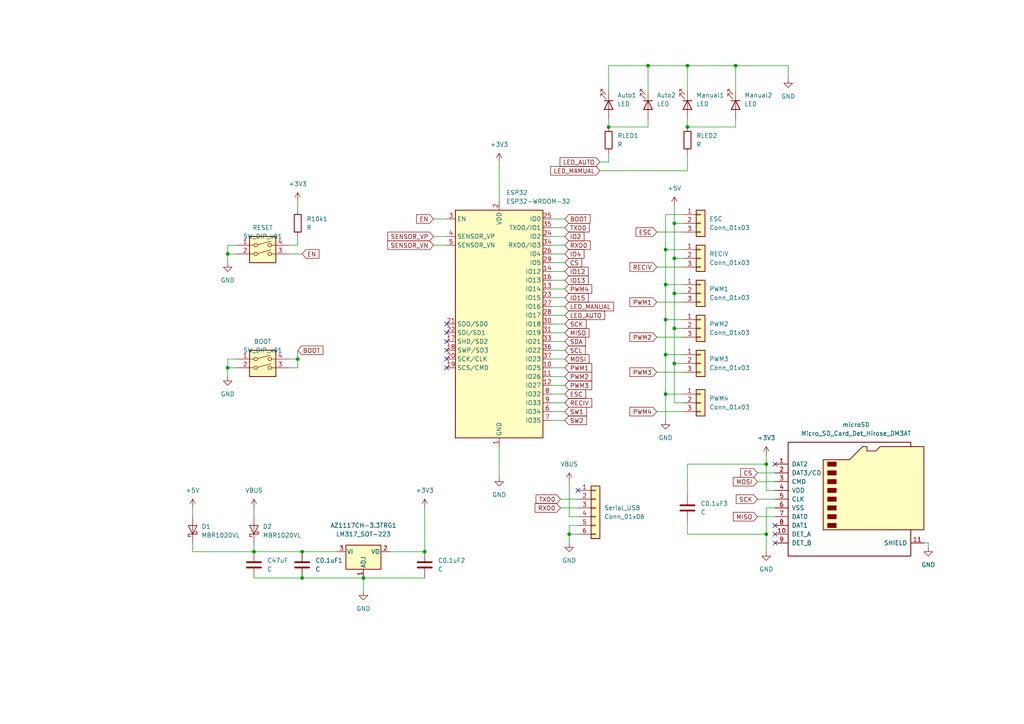
<source format=kicad_sch>
(kicad_sch (version 20211123) (generator eeschema)
  (paper "A4")
  (lib_symbols
    (symbol "Connector:Micro_SD_Card_Det_Hirose_DM3AT" (pin_names (offset 1.016))
      (property "Reference" "J" (at -16.51 17.78 0))
      (property "Value" "Micro_SD_Card_Det_Hirose_DM3AT" (at 16.51 17.78 0))
      (symbol "Micro_SD_Card_Det_Hirose_DM3AT_0_1"
        (rectangle (start -7.62 -6.985) (end -5.08 -8.255) (fill (type outline)))
        (rectangle (start -7.62 -4.445) (end -5.08 -5.715) (fill (type outline)))
        (rectangle (start -7.62 -1.905) (end -5.08 -3.175) (fill (type outline)))
        (rectangle (start -7.62 0.635) (end -5.08 -0.635) (fill (type outline)))
        (rectangle (start -7.62 3.175) (end -5.08 1.905) (fill (type outline)))
        (rectangle (start -7.62 5.715) (end -5.08 4.445) (fill (type outline)))
        (rectangle (start -7.62 8.255) (end -5.08 6.985) (fill (type outline)))
        (rectangle (start -7.62 10.795) (end -5.08 9.525) (fill (type outline)))
        (polyline (pts (xy 16.51 15.24) (xy 16.51 16.51) (xy -19.05 16.51) (xy -19.05 -16.51) (xy 16.51 -16.51) (xy 16.51 -8.89)) (stroke (width 0.254)))
        (polyline (pts (xy -8.89 -8.89) (xy -8.89 11.43) (xy -1.27 11.43) (xy 2.54 15.24) (xy 3.81 15.24) (xy 3.81 13.97) (xy 6.35 13.97) (xy 7.62 15.24) (xy 20.32 15.24) (xy 20.32 -8.89) (xy -8.89 -8.89)) (stroke (width 0.254)) (fill (type background)))
      )
      (symbol "Micro_SD_Card_Det_Hirose_DM3AT_1_1"
        (pin bidirectional line (at -22.86 10.16 0) (length 3.81) (name "DAT2") (number "1"))
        (pin passive line (at -22.86 -10.16 0) (length 3.81) (name "DET_A") (number "10"))
        (pin passive line (at 20.32 -12.7 180) (length 3.81) (name "SHIELD") (number "11"))
        (pin bidirectional line (at -22.86 7.62 0) (length 3.81) (name "DAT3/CD") (number "2"))
        (pin input line (at -22.86 5.08 0) (length 3.81) (name "CMD") (number "3"))
        (pin power_in line (at -22.86 2.54 0) (length 3.81) (name "VDD") (number "4"))
        (pin input line (at -22.86 0 0) (length 3.81) (name "CLK") (number "5"))
        (pin power_in line (at -22.86 -2.54 0) (length 3.81) (name "VSS") (number "6"))
        (pin bidirectional line (at -22.86 -5.08 0) (length 3.81) (name "DAT0") (number "7"))
        (pin bidirectional line (at -22.86 -7.62 0) (length 3.81) (name "DAT1") (number "8"))
        (pin passive line (at -22.86 -12.7 0) (length 3.81) (name "DET_B") (number "9"))
      )
    )
    (symbol "Connector_Generic:Conn_01x03" (pin_names (offset 1.016) hide)
      (property "Reference" "J" (at 0 5.08 0))
      (property "Value" "Conn_01x03" (at 0 -5.08 0))
      (symbol "Conn_01x03_1_1"
        (rectangle (start -1.27 -2.413) (end 0 -2.667) (stroke (width 0.1524)))
        (rectangle (start -1.27 0.127) (end 0 -0.127) (stroke (width 0.1524)))
        (rectangle (start -1.27 2.667) (end 0 2.413) (stroke (width 0.1524)))
        (rectangle (start -1.27 3.81) (end 1.27 -3.81) (stroke (width 0.254)) (fill (type background)))
        (pin passive line (at -5.08 2.54 0) (length 3.81) (name "Pin_1") (number "1"))
        (pin passive line (at -5.08 0 0) (length 3.81) (name "Pin_2") (number "2"))
        (pin passive line (at -5.08 -2.54 0) (length 3.81) (name "Pin_3") (number "3"))
      )
    )
    (symbol "Connector_Generic:Conn_01x06" (pin_names (offset 1.016) hide)
      (property "Reference" "J" (at 0 7.62 0))
      (property "Value" "Conn_01x06" (at 0 -10.16 0))
      (symbol "Conn_01x06_1_1"
        (rectangle (start -1.27 -7.493) (end 0 -7.747) (stroke (width 0.1524)))
        (rectangle (start -1.27 -4.953) (end 0 -5.207) (stroke (width 0.1524)))
        (rectangle (start -1.27 -2.413) (end 0 -2.667) (stroke (width 0.1524)))
        (rectangle (start -1.27 0.127) (end 0 -0.127) (stroke (width 0.1524)))
        (rectangle (start -1.27 2.667) (end 0 2.413) (stroke (width 0.1524)))
        (rectangle (start -1.27 5.207) (end 0 4.953) (stroke (width 0.1524)))
        (rectangle (start -1.27 6.35) (end 1.27 -8.89) (stroke (width 0.254)) (fill (type background)))
        (pin passive line (at -5.08 5.08 0) (length 3.81) (name "Pin_1") (number "1"))
        (pin passive line (at -5.08 2.54 0) (length 3.81) (name "Pin_2") (number "2"))
        (pin passive line (at -5.08 0 0) (length 3.81) (name "Pin_3") (number "3"))
        (pin passive line (at -5.08 -2.54 0) (length 3.81) (name "Pin_4") (number "4"))
        (pin passive line (at -5.08 -5.08 0) (length 3.81) (name "Pin_5") (number "5"))
        (pin passive line (at -5.08 -7.62 0) (length 3.81) (name "Pin_6") (number "6"))
      )
    )
    (symbol "Device:C" (pin_numbers hide) (pin_names (offset 0.254))
      (property "Reference" "C" (at 0.635 2.54 0))
      (property "Value" "C" (at 0.635 -2.54 0))
      (symbol "C_0_1"
        (polyline (pts (xy -2.032 -0.762) (xy 2.032 -0.762)) (stroke (width 0.508)))
        (polyline (pts (xy -2.032 0.762) (xy 2.032 0.762)) (stroke (width 0.508)))
      )
      (symbol "C_1_1"
        (pin passive line (at 0 3.81 270) (length 2.794) (name "~") (number "1"))
        (pin passive line (at 0 -3.81 90) (length 2.794) (name "~") (number "2"))
      )
    )
    (symbol "Device:LED" (pin_numbers hide) (pin_names (offset 1.016) hide)
      (property "Reference" "D" (at 0 2.54 0))
      (property "Value" "LED" (at 0 -2.54 0))
      (symbol "LED_0_1"
        (polyline (pts (xy -1.27 -1.27) (xy -1.27 1.27)) (stroke (width 0.254)))
        (polyline (pts (xy -1.27 0) (xy 1.27 0)))
        (polyline (pts (xy 1.27 -1.27) (xy 1.27 1.27) (xy -1.27 0) (xy 1.27 -1.27)) (stroke (width 0.254)))
        (polyline (pts (xy -3.048 -0.762) (xy -4.572 -2.286) (xy -3.81 -2.286) (xy -4.572 -2.286) (xy -4.572 -1.524)))
        (polyline (pts (xy -1.778 -0.762) (xy -3.302 -2.286) (xy -2.54 -2.286) (xy -3.302 -2.286) (xy -3.302 -1.524)))
      )
      (symbol "LED_1_1"
        (pin passive line (at -3.81 0 0) (length 2.54) (name "K") (number "1"))
        (pin passive line (at 3.81 0 180) (length 2.54) (name "A") (number "2"))
      )
    )
    (symbol "Device:R" (pin_numbers hide) (pin_names (offset 0))
      (property "Reference" "R" (at 2.032 0 90))
      (property "Value" "R" (at 0 0 90))
      (symbol "R_0_1"
        (rectangle (start -1.016 -2.54) (end 1.016 2.54) (stroke (width 0.254)))
      )
      (symbol "R_1_1"
        (pin passive line (at 0 3.81 270) (length 1.27) (name "~") (number "1"))
        (pin passive line (at 0 -3.81 90) (length 1.27) (name "~") (number "2"))
      )
    )
    (symbol "Diode:MBR1020VL" (pin_numbers hide) (pin_names hide)
      (property "Reference" "D" (at 0 2.54 0))
      (property "Value" "MBR1020VL" (at 0 -2.54 0))
      (symbol "MBR1020VL_0_1"
        (polyline (pts (xy 1.27 0) (xy -1.27 0)))
        (polyline (pts (xy 1.27 1.27) (xy 1.27 -1.27) (xy -1.27 0) (xy 1.27 1.27)) (stroke (width 0.2032)))
        (polyline (pts (xy -1.905 0.635) (xy -1.905 1.27) (xy -1.27 1.27) (xy -1.27 -1.27) (xy -0.635 -1.27) (xy -0.635 -0.635)) (stroke (width 0.2032)))
      )
      (symbol "MBR1020VL_1_1"
        (pin passive line (at -3.81 0 0) (length 2.54) (name "K") (number "1"))
        (pin passive line (at 3.81 0 180) (length 2.54) (name "A") (number "2"))
      )
    )
    (symbol "RF_Module:ESP32-WROOM-32"
      (property "Reference" "U" (at -12.7 34.29 0))
      (property "Value" "ESP32-WROOM-32" (at 1.27 34.29 0))
      (symbol "ESP32-WROOM-32_0_1"
        (rectangle (start -12.7 33.02) (end 12.7 -33.02) (stroke (width 0.254)) (fill (type background)))
      )
      (symbol "ESP32-WROOM-32_1_1"
        (pin power_in line (at 0 -35.56 90) (length 2.54) (name "GND") (number "1"))
        (pin bidirectional line (at 15.24 -12.7 180) (length 2.54) (name "IO25") (number "10"))
        (pin bidirectional line (at 15.24 -15.24 180) (length 2.54) (name "IO26") (number "11"))
        (pin bidirectional line (at 15.24 -17.78 180) (length 2.54) (name "IO27") (number "12"))
        (pin bidirectional line (at 15.24 10.16 180) (length 2.54) (name "IO14") (number "13"))
        (pin bidirectional line (at 15.24 15.24 180) (length 2.54) (name "IO12") (number "14"))
        (pin passive line (at 0 -35.56 90) (length 2.54) hide (name "GND") (number "15"))
        (pin bidirectional line (at 15.24 12.7 180) (length 2.54) (name "IO13") (number "16"))
        (pin bidirectional line (at -15.24 -5.08 0) (length 2.54) (name "SHD/SD2") (number "17"))
        (pin bidirectional line (at -15.24 -7.62 0) (length 2.54) (name "SWP/SD3") (number "18"))
        (pin bidirectional line (at -15.24 -12.7 0) (length 2.54) (name "SCS/CMD") (number "19"))
        (pin power_in line (at 0 35.56 270) (length 2.54) (name "VDD") (number "2"))
        (pin bidirectional line (at -15.24 -10.16 0) (length 2.54) (name "SCK/CLK") (number "20"))
        (pin bidirectional line (at -15.24 0 0) (length 2.54) (name "SDO/SD0") (number "21"))
        (pin bidirectional line (at -15.24 -2.54 0) (length 2.54) (name "SDI/SD1") (number "22"))
        (pin bidirectional line (at 15.24 7.62 180) (length 2.54) (name "IO15") (number "23"))
        (pin bidirectional line (at 15.24 25.4 180) (length 2.54) (name "IO2") (number "24"))
        (pin bidirectional line (at 15.24 30.48 180) (length 2.54) (name "IO0") (number "25"))
        (pin bidirectional line (at 15.24 20.32 180) (length 2.54) (name "IO4") (number "26"))
        (pin bidirectional line (at 15.24 5.08 180) (length 2.54) (name "IO16") (number "27"))
        (pin bidirectional line (at 15.24 2.54 180) (length 2.54) (name "IO17") (number "28"))
        (pin bidirectional line (at 15.24 17.78 180) (length 2.54) (name "IO5") (number "29"))
        (pin input line (at -15.24 30.48 0) (length 2.54) (name "EN") (number "3"))
        (pin bidirectional line (at 15.24 0 180) (length 2.54) (name "IO18") (number "30"))
        (pin bidirectional line (at 15.24 -2.54 180) (length 2.54) (name "IO19") (number "31"))
        (pin no_connect line (at -12.7 -27.94 0) (length 2.54) hide (name "NC") (number "32"))
        (pin bidirectional line (at 15.24 -5.08 180) (length 2.54) (name "IO21") (number "33"))
        (pin bidirectional line (at 15.24 22.86 180) (length 2.54) (name "RXD0/IO3") (number "34"))
        (pin bidirectional line (at 15.24 27.94 180) (length 2.54) (name "TXD0/IO1") (number "35"))
        (pin bidirectional line (at 15.24 -7.62 180) (length 2.54) (name "IO22") (number "36"))
        (pin bidirectional line (at 15.24 -10.16 180) (length 2.54) (name "IO23") (number "37"))
        (pin passive line (at 0 -35.56 90) (length 2.54) hide (name "GND") (number "38"))
        (pin passive line (at 0 -35.56 90) (length 2.54) hide (name "GND") (number "39"))
        (pin input line (at -15.24 25.4 0) (length 2.54) (name "SENSOR_VP") (number "4"))
        (pin input line (at -15.24 22.86 0) (length 2.54) (name "SENSOR_VN") (number "5"))
        (pin input line (at 15.24 -25.4 180) (length 2.54) (name "IO34") (number "6"))
        (pin input line (at 15.24 -27.94 180) (length 2.54) (name "IO35") (number "7"))
        (pin bidirectional line (at 15.24 -20.32 180) (length 2.54) (name "IO32") (number "8"))
        (pin bidirectional line (at 15.24 -22.86 180) (length 2.54) (name "IO33") (number "9"))
      )
    )
    (symbol "Regulator_Linear:LM317_SOT-223" (pin_names (offset 0.254))
      (property "Reference" "U" (at -3.81 3.175 0))
      (property "Value" "LM317_SOT-223" (at 0 3.175 0))
      (symbol "LM317_SOT-223_0_1"
        (rectangle (start -5.08 1.905) (end 5.08 -5.08) (stroke (width 0.254)) (fill (type background)))
      )
      (symbol "LM317_SOT-223_1_1"
        (pin input line (at 0 -7.62 90) (length 2.54) (name "ADJ") (number "1"))
        (pin power_out line (at 7.62 0 180) (length 2.54) (name "VO") (number "2"))
        (pin power_in line (at -7.62 0 0) (length 2.54) (name "VI") (number "3"))
      )
    )
    (symbol "Switch:SW_DIP_x02" (pin_names (offset 0) hide)
      (property "Reference" "SW" (at 0 6.35 0))
      (property "Value" "SW_DIP_x02" (at 0 -3.81 0))
      (symbol "SW_DIP_x02_0_0"
        (circle (center -2.032 0) (radius 0.508))
        (circle (center -2.032 2.54) (radius 0.508))
        (polyline (pts (xy -1.524 0.127) (xy 2.3622 1.1684)))
        (polyline (pts (xy -1.524 2.667) (xy 2.3622 3.7084)))
        (circle (center 2.032 0) (radius 0.508))
        (circle (center 2.032 2.54) (radius 0.508))
      )
      (symbol "SW_DIP_x02_0_1"
        (rectangle (start -3.81 5.08) (end 3.81 -2.54) (stroke (width 0.254)) (fill (type background)))
      )
      (symbol "SW_DIP_x02_1_1"
        (pin passive line (at -7.62 2.54 0) (length 5.08) (name "~") (number "1"))
        (pin passive line (at -7.62 0 0) (length 5.08) (name "~") (number "2"))
        (pin passive line (at 7.62 0 180) (length 5.08) (name "~") (number "3"))
        (pin passive line (at 7.62 2.54 180) (length 5.08) (name "~") (number "4"))
      )
    )
    (symbol "power:+3V3" (power) (pin_names (offset 0))
      (property "Value" "+3V3" (at 0 3.556 0))
      (symbol "+3V3_0_1"
        (polyline (pts (xy -0.762 1.27) (xy 0 2.54)))
        (polyline (pts (xy 0 0) (xy 0 2.54)))
        (polyline (pts (xy 0 2.54) (xy 0.762 1.27)))
      )
      (symbol "+3V3_1_1"
        (pin power_in line (at 0 0 90) (length 0) hide (name "+3V3") (number "1"))
      )
    )
    (symbol "power:+5V" (power) (pin_names (offset 0))
      (property "Value" "+5V" (at 0 3.556 0))
      (symbol "+5V_0_1"
        (polyline (pts (xy -0.762 1.27) (xy 0 2.54)))
        (polyline (pts (xy 0 0) (xy 0 2.54)))
        (polyline (pts (xy 0 2.54) (xy 0.762 1.27)))
      )
      (symbol "+5V_1_1"
        (pin power_in line (at 0 0 90) (length 0) hide (name "+5V") (number "1"))
      )
    )
    (symbol "power:GND" (power) (pin_names (offset 0))
      (property "Value" "GND" (at 0 -3.81 0))
      (symbol "GND_0_1"
        (polyline (pts (xy 0 0) (xy 0 -1.27) (xy 1.27 -1.27) (xy 0 -2.54) (xy -1.27 -1.27) (xy 0 -1.27)))
      )
      (symbol "GND_1_1"
        (pin power_in line (at 0 0 270) (length 0) hide (name "GND") (number "1"))
      )
    )
    (symbol "power:VBUS" (power) (pin_names (offset 0))
      (property "Value" "VBUS" (at 0 3.81 0))
      (symbol "VBUS_0_1"
        (polyline (pts (xy -0.762 1.27) (xy 0 2.54)))
        (polyline (pts (xy 0 0) (xy 0 2.54)))
        (polyline (pts (xy 0 2.54) (xy 0.762 1.27)))
      )
      (symbol "VBUS_1_1"
        (pin power_in line (at 0 0 90) (length 0) hide (name "VBUS") (number "1"))
      )
    )
  )
  (junction (at 123.19 160.02))
  (junction (at 199.39 19.05))
  (junction (at 66.04 73.66))
  (junction (at 176.53 36.83))
  (junction (at 195.58 64.77))
  (junction (at 195.58 74.93))
  (junction (at 193.04 72.39))
  (junction (at 195.58 95.25))
  (junction (at 165.1 154.94))
  (junction (at 193.04 82.55))
  (junction (at 87.63 167.64))
  (junction (at 105.41 167.64))
  (junction (at 195.58 105.41))
  (junction (at 87.63 160.02))
  (junction (at 66.04 106.68))
  (junction (at 187.96 19.05))
  (junction (at 86.36 104.14))
  (junction (at 213.36 19.05))
  (junction (at 193.04 102.87))
  (junction (at 193.04 114.3))
  (junction (at 195.58 85.09))
  (junction (at 222.25 134.62))
  (junction (at 222.25 154.94))
  (junction (at 199.39 36.83))
  (junction (at 193.04 92.71))
  (junction (at 73.66 160.02))
  (no_connect (at 224.79 152.4))
  (no_connect (at 224.79 154.94))
  (no_connect (at 167.64 142.24))
  (no_connect (at 129.54 93.98))
  (no_connect (at 129.54 96.52))
  (no_connect (at 129.54 99.06))
  (no_connect (at 129.54 101.6))
  (no_connect (at 129.54 104.14))
  (no_connect (at 129.54 106.68))
  (no_connect (at 224.79 134.62))
  (no_connect (at 224.79 157.48))
  (wire (pts (xy 165.1 154.94) (xy 165.1 157.48)))
  (wire (pts (xy 160.02 111.76) (xy 163.83 111.76)))
  (wire (pts (xy 190.5 107.95) (xy 198.12 107.95)))
  (wire (pts (xy 195.58 74.93) (xy 195.58 85.09)))
  (wire (pts (xy 160.02 68.58) (xy 163.83 68.58)))
  (wire (pts (xy 199.39 19.05) (xy 187.96 19.05)))
  (wire (pts (xy 165.1 154.94) (xy 167.64 154.94)))
  (wire (pts (xy 160.02 83.82) (xy 163.83 83.82)))
  (wire (pts (xy 160.02 116.84) (xy 163.83 116.84)))
  (wire (pts (xy 187.96 34.29) (xy 187.96 36.83)))
  (wire (pts (xy 160.02 88.9) (xy 163.83 88.9)))
  (wire (pts (xy 190.5 97.79) (xy 198.12 97.79)))
  (wire (pts (xy 87.63 160.02) (xy 97.79 160.02)))
  (wire (pts (xy 160.02 114.3) (xy 163.83 114.3)))
  (wire (pts (xy 66.04 109.22) (xy 66.04 106.68)))
  (wire (pts (xy 86.36 58.42) (xy 86.36 60.96)))
  (wire (pts (xy 123.19 147.32) (xy 123.19 160.02)))
  (wire (pts (xy 195.58 59.69) (xy 195.58 64.77)))
  (wire (pts (xy 193.04 62.23) (xy 198.12 62.23)))
  (wire (pts (xy 73.66 147.32) (xy 73.66 149.86)))
  (wire (pts (xy 193.04 72.39) (xy 198.12 72.39)))
  (wire (pts (xy 160.02 71.12) (xy 163.83 71.12)))
  (wire (pts (xy 66.04 76.2) (xy 66.04 73.66)))
  (wire (pts (xy 195.58 95.25) (xy 198.12 95.25)))
  (wire (pts (xy 176.53 19.05) (xy 176.53 26.67)))
  (wire (pts (xy 199.39 151.13) (xy 199.39 154.94)))
  (wire (pts (xy 160.02 121.92) (xy 163.83 121.92)))
  (wire (pts (xy 176.53 34.29) (xy 176.53 36.83)))
  (wire (pts (xy 55.88 157.48) (xy 55.88 160.02)))
  (wire (pts (xy 222.25 134.62) (xy 222.25 132.08)))
  (wire (pts (xy 66.04 73.66) (xy 68.58 73.66)))
  (wire (pts (xy 160.02 66.04) (xy 163.83 66.04)))
  (wire (pts (xy 199.39 34.29) (xy 199.39 36.83)))
  (wire (pts (xy 176.53 46.99) (xy 176.53 44.45)))
  (wire (pts (xy 224.79 147.32) (xy 222.25 147.32)))
  (wire (pts (xy 160.02 119.38) (xy 163.83 119.38)))
  (wire (pts (xy 160.02 81.28) (xy 163.83 81.28)))
  (wire (pts (xy 165.1 149.86) (xy 167.64 149.86)))
  (wire (pts (xy 160.02 78.74) (xy 163.83 78.74)))
  (wire (pts (xy 160.02 76.2) (xy 163.83 76.2)))
  (wire (pts (xy 86.36 106.68) (xy 83.82 106.68)))
  (wire (pts (xy 144.78 46.99) (xy 144.78 58.42)))
  (wire (pts (xy 190.5 67.31) (xy 198.12 67.31)))
  (wire (pts (xy 167.64 152.4) (xy 165.1 152.4)))
  (wire (pts (xy 193.04 102.87) (xy 193.04 92.71)))
  (wire (pts (xy 160.02 96.52) (xy 163.83 96.52)))
  (wire (pts (xy 269.24 158.75) (xy 269.24 157.48)))
  (wire (pts (xy 213.36 26.67) (xy 213.36 19.05)))
  (wire (pts (xy 66.04 106.68) (xy 68.58 106.68)))
  (wire (pts (xy 73.66 157.48) (xy 73.66 160.02)))
  (wire (pts (xy 83.82 73.66) (xy 87.63 73.66)))
  (wire (pts (xy 219.71 137.16) (xy 224.79 137.16)))
  (wire (pts (xy 125.73 63.5) (xy 129.54 63.5)))
  (wire (pts (xy 193.04 114.3) (xy 193.04 102.87)))
  (wire (pts (xy 222.25 154.94) (xy 222.25 160.02)))
  (wire (pts (xy 213.36 34.29) (xy 213.36 36.83)))
  (wire (pts (xy 73.66 167.64) (xy 87.63 167.64)))
  (wire (pts (xy 160.02 104.14) (xy 163.83 104.14)))
  (wire (pts (xy 187.96 19.05) (xy 187.96 26.67)))
  (wire (pts (xy 173.99 46.99) (xy 176.53 46.99)))
  (wire (pts (xy 213.36 19.05) (xy 228.6 19.05)))
  (wire (pts (xy 73.66 160.02) (xy 87.63 160.02)))
  (wire (pts (xy 190.5 77.47) (xy 198.12 77.47)))
  (wire (pts (xy 125.73 71.12) (xy 129.54 71.12)))
  (wire (pts (xy 83.82 104.14) (xy 86.36 104.14)))
  (wire (pts (xy 86.36 104.14) (xy 86.36 106.68)))
  (wire (pts (xy 193.04 92.71) (xy 193.04 82.55)))
  (wire (pts (xy 224.79 142.24) (xy 222.25 142.24)))
  (wire (pts (xy 195.58 105.41) (xy 198.12 105.41)))
  (wire (pts (xy 160.02 93.98) (xy 163.83 93.98)))
  (wire (pts (xy 219.71 139.7) (xy 224.79 139.7)))
  (wire (pts (xy 162.56 147.32) (xy 167.64 147.32)))
  (wire (pts (xy 160.02 106.68) (xy 163.83 106.68)))
  (wire (pts (xy 190.5 87.63) (xy 198.12 87.63)))
  (wire (pts (xy 195.58 95.25) (xy 195.58 105.41)))
  (wire (pts (xy 269.24 157.48) (xy 267.97 157.48)))
  (wire (pts (xy 219.71 149.86) (xy 224.79 149.86)))
  (wire (pts (xy 195.58 64.77) (xy 198.12 64.77)))
  (wire (pts (xy 105.41 167.64) (xy 123.19 167.64)))
  (wire (pts (xy 199.39 49.53) (xy 199.39 44.45)))
  (wire (pts (xy 160.02 101.6) (xy 163.83 101.6)))
  (wire (pts (xy 83.82 71.12) (xy 86.36 71.12)))
  (wire (pts (xy 66.04 106.68) (xy 66.04 104.14)))
  (wire (pts (xy 195.58 116.84) (xy 198.12 116.84)))
  (wire (pts (xy 195.58 85.09) (xy 198.12 85.09)))
  (wire (pts (xy 160.02 63.5) (xy 163.83 63.5)))
  (wire (pts (xy 193.04 121.92) (xy 193.04 114.3)))
  (wire (pts (xy 113.03 160.02) (xy 123.19 160.02)))
  (wire (pts (xy 199.39 143.51) (xy 199.39 134.62)))
  (wire (pts (xy 173.99 49.53) (xy 199.39 49.53)))
  (wire (pts (xy 86.36 101.6) (xy 86.36 104.14)))
  (wire (pts (xy 66.04 73.66) (xy 66.04 71.12)))
  (wire (pts (xy 187.96 36.83) (xy 176.53 36.83)))
  (wire (pts (xy 228.6 22.86) (xy 228.6 19.05)))
  (wire (pts (xy 222.25 142.24) (xy 222.25 134.62)))
  (wire (pts (xy 162.56 144.78) (xy 167.64 144.78)))
  (wire (pts (xy 86.36 68.58) (xy 86.36 71.12)))
  (wire (pts (xy 199.39 134.62) (xy 222.25 134.62)))
  (wire (pts (xy 195.58 64.77) (xy 195.58 74.93)))
  (wire (pts (xy 160.02 109.22) (xy 163.83 109.22)))
  (wire (pts (xy 199.39 19.05) (xy 199.39 26.67)))
  (wire (pts (xy 193.04 82.55) (xy 193.04 72.39)))
  (wire (pts (xy 195.58 74.93) (xy 198.12 74.93)))
  (wire (pts (xy 199.39 19.05) (xy 213.36 19.05)))
  (wire (pts (xy 199.39 154.94) (xy 222.25 154.94)))
  (wire (pts (xy 193.04 72.39) (xy 193.04 62.23)))
  (wire (pts (xy 190.5 119.38) (xy 198.12 119.38)))
  (wire (pts (xy 193.04 114.3) (xy 198.12 114.3)))
  (wire (pts (xy 187.96 19.05) (xy 176.53 19.05)))
  (wire (pts (xy 193.04 102.87) (xy 198.12 102.87)))
  (wire (pts (xy 66.04 104.14) (xy 68.58 104.14)))
  (wire (pts (xy 105.41 167.64) (xy 105.41 171.45)))
  (wire (pts (xy 165.1 152.4) (xy 165.1 154.94)))
  (wire (pts (xy 219.71 144.78) (xy 224.79 144.78)))
  (wire (pts (xy 160.02 91.44) (xy 163.83 91.44)))
  (wire (pts (xy 195.58 105.41) (xy 195.58 116.84)))
  (wire (pts (xy 193.04 82.55) (xy 198.12 82.55)))
  (wire (pts (xy 55.88 147.32) (xy 55.88 149.86)))
  (wire (pts (xy 193.04 92.71) (xy 198.12 92.71)))
  (wire (pts (xy 222.25 147.32) (xy 222.25 154.94)))
  (wire (pts (xy 165.1 139.7) (xy 165.1 149.86)))
  (wire (pts (xy 55.88 160.02) (xy 73.66 160.02)))
  (wire (pts (xy 87.63 167.64) (xy 105.41 167.64)))
  (wire (pts (xy 213.36 36.83) (xy 199.39 36.83)))
  (wire (pts (xy 160.02 86.36) (xy 163.83 86.36)))
  (wire (pts (xy 66.04 71.12) (xy 68.58 71.12)))
  (wire (pts (xy 195.58 85.09) (xy 195.58 95.25)))
  (wire (pts (xy 160.02 73.66) (xy 163.83 73.66)))
  (wire (pts (xy 160.02 99.06) (xy 163.83 99.06)))
  (wire (pts (xy 125.73 68.58) (xy 129.54 68.58)))
  (wire (pts (xy 144.78 129.54) (xy 144.78 138.43)))
  (global_label "PWM2" (shape input) (at 190.5 97.79 180) (property "シート間のリファレンス" "${INTERSHEET_REFS}" (effects hide)))
  (global_label "TXD0" (shape input) (at 163.83 66.04 0) (property "シート間のリファレンス" "${INTERSHEET_REFS}" (effects hide)))
  (global_label "PWM2" (shape input) (at 163.83 109.22 0) (property "シート間のリファレンス" "${INTERSHEET_REFS}" (effects hide)))
  (global_label "MOSI" (shape input) (at 163.83 104.14 0) (property "シート間のリファレンス" "${INTERSHEET_REFS}" (effects hide)))
  (global_label "MISO" (shape input) (at 219.71 149.86 180) (property "シート間のリファレンス" "${INTERSHEET_REFS}" (effects hide)))
  (global_label "EN" (shape input) (at 125.73 63.5 180) (property "シート間のリファレンス" "${INTERSHEET_REFS}" (effects hide)))
  (global_label "RXD0" (shape input) (at 162.56 147.32 180) (property "シート間のリファレンス" "${INTERSHEET_REFS}" (effects hide)))
  (global_label "SENSOR_VP" (shape input) (at 125.73 68.58 180) (property "シート間のリファレンス" "${INTERSHEET_REFS}" (effects hide)))
  (global_label "EN" (shape input) (at 87.63 73.66 0) (property "シート間のリファレンス" "${INTERSHEET_REFS}" (effects hide)))
  (global_label "BOOT" (shape input) (at 86.36 101.6 0) (property "シート間のリファレンス" "${INTERSHEET_REFS}" (effects hide)))
  (global_label "RXD0" (shape input) (at 163.83 71.12 0) (property "シート間のリファレンス" "${INTERSHEET_REFS}" (effects hide)))
  (global_label "TXD0" (shape input) (at 162.56 144.78 180) (property "シート間のリファレンス" "${INTERSHEET_REFS}" (effects hide)))
  (global_label "LED_MAMUAL" (shape input) (at 173.99 49.53 180) (property "シート間のリファレンス" "${INTERSHEET_REFS}" (effects hide)))
  (global_label "SW1" (shape input) (at 163.83 119.38 0) (property "シート間のリファレンス" "${INTERSHEET_REFS}" (effects hide)))
  (global_label "SW2" (shape input) (at 163.83 121.92 0) (property "シート間のリファレンス" "${INTERSHEET_REFS}" (effects hide)))
  (global_label "IO2" (shape input) (at 163.83 68.58 0) (property "シート間のリファレンス" "${INTERSHEET_REFS}" (effects hide)))
  (global_label "SCK" (shape input) (at 219.71 144.78 180) (property "シート間のリファレンス" "${INTERSHEET_REFS}" (effects hide)))
  (global_label "SCL" (shape input) (at 163.83 101.6 0) (property "シート間のリファレンス" "${INTERSHEET_REFS}" (effects hide)))
  (global_label "MOSI" (shape input) (at 219.71 139.7 180) (property "シート間のリファレンス" "${INTERSHEET_REFS}" (effects hide)))
  (global_label "CS" (shape input) (at 163.83 76.2 0) (property "シート間のリファレンス" "${INTERSHEET_REFS}" (effects hide)))
  (global_label "LED_MANUAL" (shape input) (at 163.83 88.9 0) (property "シート間のリファレンス" "${INTERSHEET_REFS}" (effects hide)))
  (global_label "SCK" (shape input) (at 163.83 93.98 0) (property "シート間のリファレンス" "${INTERSHEET_REFS}" (effects hide)))
  (global_label "LED_AUTO" (shape input) (at 173.99 46.99 180) (property "シート間のリファレンス" "${INTERSHEET_REFS}" (effects hide)))
  (global_label "ESC" (shape input) (at 190.5 67.31 180) (property "シート間のリファレンス" "${INTERSHEET_REFS}" (effects hide)))
  (global_label "SENSOR_VN" (shape input) (at 125.73 71.12 180) (property "シート間のリファレンス" "${INTERSHEET_REFS}" (effects hide)))
  (global_label "IO15" (shape input) (at 163.83 86.36 0) (property "シート間のリファレンス" "${INTERSHEET_REFS}" (effects hide)))
  (global_label "PWM1" (shape input) (at 163.83 106.68 0) (property "シート間のリファレンス" "${INTERSHEET_REFS}" (effects hide)))
  (global_label "PWM3" (shape input) (at 190.5 107.95 180) (property "シート間のリファレンス" "${INTERSHEET_REFS}" (effects hide)))
  (global_label "MISO" (shape input) (at 163.83 96.52 0) (property "シート間のリファレンス" "${INTERSHEET_REFS}" (effects hide)))
  (global_label "CS" (shape input) (at 219.71 137.16 180) (property "シート間のリファレンス" "${INTERSHEET_REFS}" (effects hide)))
  (global_label "RECIV" (shape input) (at 190.5 77.47 180) (property "シート間のリファレンス" "${INTERSHEET_REFS}" (effects hide)))
  (global_label "PWM4" (shape input) (at 163.83 83.82 0) (property "シート間のリファレンス" "${INTERSHEET_REFS}" (effects hide)))
  (global_label "IO4" (shape input) (at 163.83 73.66 0) (property "シート間のリファレンス" "${INTERSHEET_REFS}" (effects hide)))
  (global_label "IO13" (shape input) (at 163.83 81.28 0) (property "シート間のリファレンス" "${INTERSHEET_REFS}" (effects hide)))
  (global_label "PWM3" (shape input) (at 163.83 111.76 0) (property "シート間のリファレンス" "${INTERSHEET_REFS}" (effects hide)))
  (global_label "RECIV" (shape input) (at 163.83 116.84 0) (property "シート間のリファレンス" "${INTERSHEET_REFS}" (effects hide)))
  (global_label "SDA" (shape input) (at 163.83 99.06 0) (property "シート間のリファレンス" "${INTERSHEET_REFS}" (effects hide)))
  (global_label "IO12" (shape input) (at 163.83 78.74 0) (property "シート間のリファレンス" "${INTERSHEET_REFS}" (effects hide)))
  (global_label "LED_AUTO" (shape input) (at 163.83 91.44 0) (property "シート間のリファレンス" "${INTERSHEET_REFS}" (effects hide)))
  (global_label "PWM1" (shape input) (at 190.5 87.63 180) (property "シート間のリファレンス" "${INTERSHEET_REFS}" (effects hide)))
  (global_label "ESC" (shape input) (at 163.83 114.3 0) (property "シート間のリファレンス" "${INTERSHEET_REFS}" (effects hide)))
  (global_label "PWM4" (shape input) (at 190.5 119.38 180) (property "シート間のリファレンス" "${INTERSHEET_REFS}" (effects hide)))
  (global_label "BOOT" (shape input) (at 163.83 63.5 0) (property "シート間のリファレンス" "${INTERSHEET_REFS}" (effects hide)))
  (symbol (lib_id "Connector_Generic:Conn_01x03") (at 203.2 95.25 0) (unit 1)
    (property "Reference" "PWM2" (at 205.74 93.9799 0) (effects (justify left)))
    (property "Value" "Conn_01x03" (at 205.74 96.5199 0) (effects (justify left)))
    (property "Footprint" "Connector_PinHeader_2.54mm:PinHeader_1x03_P2.54mm_Vertical" (effects hide))
  )
  (symbol (lib_id "Connector_Generic:Conn_01x03") (at 203.2 105.41 0) (unit 1)
    (property "Reference" "PWM3" (at 205.74 104.1399 0) (effects (justify left)))
    (property "Value" "Conn_01x03" (at 205.74 106.6799 0) (effects (justify left)))
    (property "Footprint" "Connector_PinHeader_2.54mm:PinHeader_1x03_P2.54mm_Vertical" (effects hide))
  )
  (symbol (lib_id "Device:C") (at 87.63 163.83 0) (unit 1)
    (property "Reference" "C0.1uF1" (at 91.44 162.5599 0) (effects (justify left)))
    (property "Value" "C" (at 91.44 165.0999 0) (effects (justify left)))
    (property "Footprint" "Capacitor_SMD:C_0805_2012Metric" (effects hide))
  )
  (symbol (lib_id "power:GND") (at 269.24 158.75 0) (unit 1)
    (property "Reference" "#PWR?" (effects hide))
    (property "Value" "GND" (at 269.24 163.83 0))
  )
  (symbol (lib_id "power:+3V3") (at 86.36 58.42 0) (unit 1)
    (property "Reference" "#PWR?" (effects hide))
    (property "Value" "+3V3" (at 86.36 53.34 0))
  )
  (symbol (lib_id "power:GND") (at 66.04 76.2 0) (unit 1)
    (property "Reference" "#PWR?" (effects hide))
    (property "Value" "GND" (at 66.04 81.28 0))
  )
  (symbol (lib_id "Device:LED") (at 213.36 30.48 270) (unit 1)
    (property "Reference" "Manual2" (at 215.9 27.6224 90) (effects (justify left)))
    (property "Value" "LED" (at 215.9 30.1624 90) (effects (justify left)))
    (property "Footprint" "LED_THT:LED_D3.0mm" (effects hide))
  )
  (symbol (lib_id "power:GND") (at 193.04 121.92 0) (unit 1)
    (property "Reference" "#PWR?" (effects hide))
    (property "Value" "GND" (at 193.04 127 0))
  )
  (symbol (lib_id "power:GND") (at 144.78 138.43 0) (unit 1)
    (property "Reference" "#PWR?" (effects hide))
    (property "Value" "GND" (at 144.78 143.51 0))
  )
  (symbol (lib_id "power:GND") (at 66.04 109.22 0) (unit 1)
    (property "Reference" "#PWR?" (effects hide))
    (property "Value" "GND" (at 66.04 114.3 0))
  )
  (symbol (lib_id "power:+3V3") (at 222.25 132.08 0) (unit 1)
    (property "Reference" "#PWR?" (effects hide))
    (property "Value" "+3V3" (at 222.25 127 0))
  )
  (symbol (lib_id "Device:R") (at 199.39 40.64 0) (unit 1)
    (property "Reference" "RLED2" (at 201.93 39.3699 0) (effects (justify left)))
    (property "Value" "R" (at 201.93 41.9099 0) (effects (justify left)))
    (property "Footprint" "Resistor_THT:R_Axial_DIN0207_L6.3mm_D2.5mm_P2.54mm_Vertical" (effects hide))
  )
  (symbol (lib_id "power:GND") (at 165.1 157.48 0) (unit 1)
    (property "Reference" "#PWR?" (effects hide))
    (property "Value" "GND" (at 165.1 162.56 0))
  )
  (symbol (lib_id "Connector_Generic:Conn_01x03") (at 203.2 116.84 0) (unit 1)
    (property "Reference" "PWM4" (at 205.74 115.5699 0) (effects (justify left)))
    (property "Value" "Conn_01x03" (at 205.74 118.1099 0) (effects (justify left)))
    (property "Footprint" "Connector_PinHeader_2.54mm:PinHeader_1x03_P2.54mm_Vertical" (effects hide))
  )
  (symbol (lib_id "power:+5V") (at 195.58 59.69 0) (unit 1)
    (property "Reference" "#PWR?" (effects hide))
    (property "Value" "+5V" (at 195.58 54.61 0))
  )
  (symbol (lib_id "Device:C") (at 73.66 163.83 180) (unit 1)
    (property "Reference" "C47uF" (at 77.47 162.5599 0) (effects (justify right)))
    (property "Value" "C" (at 77.47 165.0999 0) (effects (justify right)))
    (property "Footprint" "Capacitor_THT:CP_Radial_D5.0mm_P2.00mm" (effects hide))
  )
  (symbol (lib_id "Device:C") (at 199.39 147.32 0) (unit 1)
    (property "Reference" "C0.1uF3" (at 203.2 146.0499 0) (effects (justify left)))
    (property "Value" "C" (at 203.2 148.5899 0) (effects (justify left)))
    (property "Footprint" "Capacitor_SMD:C_0805_2012Metric" (effects hide))
  )
  (symbol (lib_id "Switch:SW_DIP_x02") (at 76.2 73.66 0) (unit 1)
    (property "Reference" "RESET" (at 76.2 66.04 0))
    (property "Value" "SW_DIP_x01" (at 76.2 68.58 0))
    (property "Footprint" "Button_Switch_SMD:SKRPACE010" (effects hide))
  )
  (symbol (lib_id "Device:C") (at 123.19 163.83 0) (unit 1)
    (property "Reference" "C0.1uF2" (at 127 162.5599 0) (effects (justify left)))
    (property "Value" "C" (at 127 165.0999 0) (effects (justify left)))
    (property "Footprint" "Capacitor_SMD:C_0805_2012Metric" (effects hide))
  )
  (symbol (lib_id "Connector_Generic:Conn_01x03") (at 203.2 74.93 0) (unit 1)
    (property "Reference" "RECIV" (at 205.74 73.6599 0) (effects (justify left)))
    (property "Value" "Conn_01x03" (at 205.74 76.1999 0) (effects (justify left)))
    (property "Footprint" "Connector_PinHeader_2.54mm:PinHeader_1x03_P2.54mm_Vertical" (effects hide))
  )
  (symbol (lib_id "Device:LED") (at 176.53 30.48 270) (unit 1)
    (property "Reference" "Auto1" (at 179.07 27.6224 90) (effects (justify left)))
    (property "Value" "LED" (at 179.07 30.1624 90) (effects (justify left)))
    (property "Footprint" "LED_THT:LED_D3.0mm" (effects hide))
  )
  (symbol (lib_id "Diode:MBR1020VL") (at 55.88 153.67 90) (unit 1)
    (property "Reference" "D1" (at 58.42 152.7174 90) (effects (justify right)))
    (property "Value" "MBR1020VL" (at 58.42 155.2574 90) (effects (justify right)))
    (property "Footprint" "Diode_SMD:D_SOD-123F" (effects hide))
    (property "Datasheet" "https://www.onsemi.com/pub/Collateral/MBR1020VL-D.PDF" (effects hide))
  )
  (symbol (lib_id "power:GND") (at 222.25 160.02 0) (unit 1)
    (property "Reference" "#PWR?" (effects hide))
    (property "Value" "GND" (at 222.25 165.1 0))
  )
  (symbol (lib_id "Device:R") (at 176.53 40.64 0) (unit 1)
    (property "Reference" "RLED1" (at 179.07 39.3699 0) (effects (justify left)))
    (property "Value" "R" (at 179.07 41.9099 0) (effects (justify left)))
    (property "Footprint" "Resistor_THT:R_Axial_DIN0207_L6.3mm_D2.5mm_P2.54mm_Vertical" (effects hide))
  )
  (symbol (lib_id "Regulator_Linear:LM317_SOT-223") (at 105.41 160.02 0) (unit 1)
    (property "Reference" "AZ1117CH-3.3TRG1" (at 105.41 152.4 0))
    (property "Value" "LM317_SOT-223" (at 105.41 154.94 0))
    (property "Footprint" "Package_TO_SOT_SMD:SOT-223-3_TabPin2" (effects hide))
    (property "Datasheet" "http://www.ti.com/lit/ds/symlink/lm317.pdf" (effects hide))
  )
  (symbol (lib_id "Connector:Micro_SD_Card_Det_Hirose_DM3AT") (at 247.65 144.78 0) (unit 1)
    (property "Reference" "microSD" (at 248.285 123.19 0))
    (property "Value" "Micro_SD_Card_Det_Hirose_DM3AT" (at 248.285 125.73 0))
    (property "Footprint" "Connector_Card:microSD_HC_Hirose_DM3AT-SF-PEJM5" (effects hide))
    (property "Datasheet" "https://www.hirose.com/product/en/download_file/key_name/DM3/category/Catalog/doc_file_id/49662/?file_category_id=4&item_id=195&is_series=1" (effects hide))
  )
  (symbol (lib_id "power:+5V") (at 55.88 147.32 0) (unit 1)
    (property "Reference" "#PWR?" (effects hide))
    (property "Value" "+5V" (at 55.88 142.24 0))
  )
  (symbol (lib_id "power:VBUS") (at 73.66 147.32 0) (unit 1)
    (property "Reference" "#PWR?" (effects hide))
    (property "Value" "VBUS" (at 73.66 142.24 0))
  )
  (symbol (lib_id "Connector_Generic:Conn_01x03") (at 203.2 64.77 0) (unit 1)
    (property "Reference" "ESC" (at 205.74 63.4999 0) (effects (justify left)))
    (property "Value" "Conn_01x03" (at 205.74 66.0399 0) (effects (justify left)))
    (property "Footprint" "Connector_PinHeader_2.54mm:PinHeader_1x03_P2.54mm_Vertical" (effects hide))
  )
  (symbol (lib_id "power:GND") (at 105.41 171.45 0) (unit 1)
    (property "Reference" "#PWR?" (effects hide))
    (property "Value" "GND" (at 105.41 176.53 0))
  )
  (symbol (lib_id "power:+3V3") (at 144.78 46.99 0) (unit 1)
    (property "Reference" "#PWR?" (effects hide))
    (property "Value" "+3V3" (at 144.78 41.91 0))
  )
  (symbol (lib_id "power:+3V3") (at 123.19 147.32 0) (unit 1)
    (property "Reference" "#PWR?" (effects hide))
    (property "Value" "+3V3" (at 123.19 142.24 0))
  )
  (symbol (lib_id "power:VBUS") (at 165.1 139.7 0) (unit 1)
    (property "Reference" "#PWR?" (effects hide))
    (property "Value" "VBUS" (at 165.1 134.62 0))
  )
  (symbol (lib_id "Switch:SW_DIP_x02") (at 76.2 106.68 0) (unit 1)
    (property "Reference" "BOOT" (at 76.2 99.06 0))
    (property "Value" "SW_DIP_x01" (at 76.2 101.6 0))
    (property "Footprint" "Button_Switch_SMD:SKRPACE010" (effects hide))
  )
  (symbol (lib_id "Device:LED") (at 187.96 30.48 270) (unit 1)
    (property "Reference" "Auto2" (at 190.5 27.6224 90) (effects (justify left)))
    (property "Value" "LED" (at 190.5 30.1624 90) (effects (justify left)))
    (property "Footprint" "LED_THT:LED_D3.0mm" (effects hide))
  )
  (symbol (lib_id "Diode:MBR1020VL") (at 73.66 153.67 90) (unit 1)
    (property "Reference" "D2" (at 76.2 152.7174 90) (effects (justify right)))
    (property "Value" "MBR1020VL" (at 76.2 155.2574 90) (effects (justify right)))
    (property "Footprint" "Diode_SMD:D_SOD-123F" (effects hide))
    (property "Datasheet" "https://www.onsemi.com/pub/Collateral/MBR1020VL-D.PDF" (effects hide))
  )
  (symbol (lib_id "Connector_Generic:Conn_01x06") (at 172.72 147.32 0) (unit 1)
    (property "Reference" "Serial_USB" (at 175.26 147.3199 0) (effects (justify left)))
    (property "Value" "Conn_01x06" (at 175.26 149.8599 0) (effects (justify left)))
    (property "Footprint" "Connector_PinHeader_2.54mm:PinHeader_1x06_P2.54mm_Vertical" (effects hide))
  )
  (symbol (lib_id "power:GND") (at 228.6 22.86 0) (unit 1)
    (property "Reference" "#PWR?" (effects hide))
    (property "Value" "GND" (at 228.6 27.94 0))
  )
  (symbol (lib_id "Device:R") (at 86.36 64.77 0) (unit 1)
    (property "Reference" "R10k1" (at 88.9 63.4999 0) (effects (justify left)))
    (property "Value" "R" (at 88.9 66.0399 0) (effects (justify left)))
    (property "Footprint" "Resistor_SMD:R_0805_2012Metric" (effects hide))
  )
  (symbol (lib_id "Device:LED") (at 199.39 30.48 270) (unit 1)
    (property "Reference" "Manual1" (at 201.93 27.6224 90) (effects (justify left)))
    (property "Value" "LED" (at 201.93 30.1624 90) (effects (justify left)))
    (property "Footprint" "LED_THT:LED_D3.0mm" (effects hide))
  )
  (symbol (lib_id "Connector_Generic:Conn_01x03") (at 203.2 85.09 0) (unit 1)
    (property "Reference" "PWM1" (at 205.74 83.8199 0) (effects (justify left)))
    (property "Value" "Conn_01x03" (at 205.74 86.3599 0) (effects (justify left)))
    (property "Footprint" "Connector_PinHeader_2.54mm:PinHeader_1x03_P2.54mm_Vertical" (effects hide))
  )
  (symbol (lib_id "RF_Module:ESP32-WROOM-32") (at 144.78 93.98 0) (unit 1)
    (property "Reference" "ESP32" (at 146.7994 55.88 0) (effects (justify left)))
    (property "Value" "ESP32-WROOM-32" (at 146.7994 58.42 0) (effects (justify left)))
    (property "Footprint" "RF_Module:ESP32-WROOM-32" (effects hide))
    (property "Datasheet" "https://www.espressif.com/sites/default/files/documentation/esp32-wroom-32_datasheet_en.pdf" (effects hide))
  )
)
</source>
